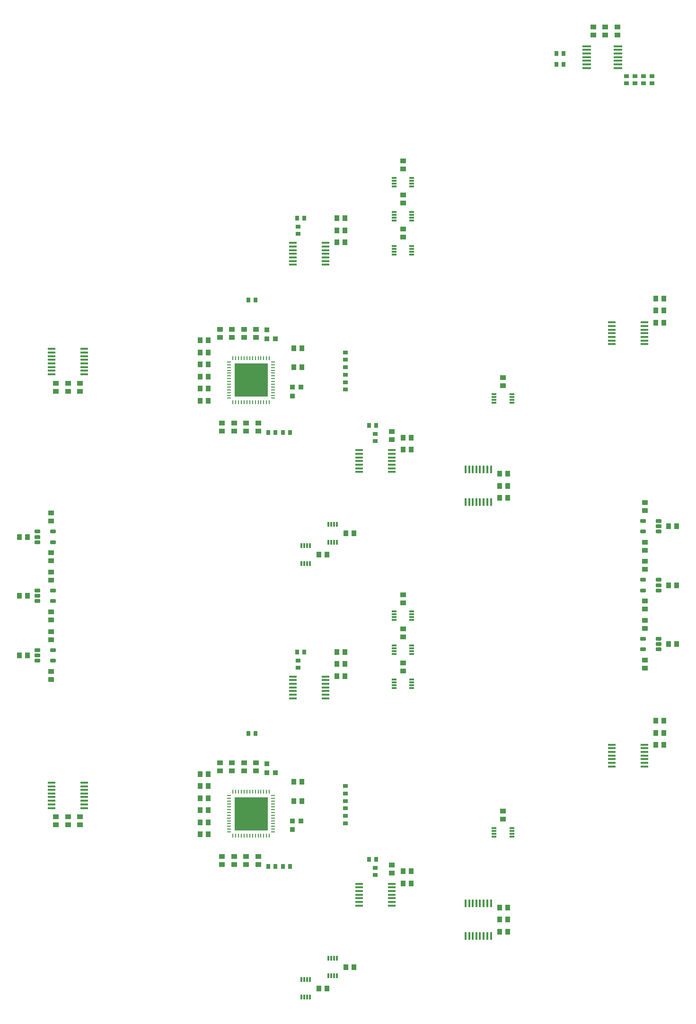
<source format=gbr>
%FSTAX23Y23*%
%MOIN*%
%SFA1B1*%

%IPPOS*%
%AMD26*
4,1,8,0.019700,-0.009800,0.019700,0.009800,0.017700,0.011800,-0.017700,0.011800,-0.019700,0.009800,-0.019700,-0.009800,-0.017700,-0.011800,0.017700,-0.011800,0.019700,-0.009800,0.0*
1,1,0.004016,0.017700,-0.009800*
1,1,0.004016,0.017700,0.009800*
1,1,0.004016,-0.017700,0.009800*
1,1,0.004016,-0.017700,-0.009800*
%
%ADD15R,0.061024X0.011811*%
%ADD16R,0.061024X0.011811*%
%ADD17O,0.029528X0.009842*%
%ADD18O,0.009842X0.029528*%
%ADD19R,0.233858X0.233858*%
%ADD20R,0.041339X0.037402*%
%ADD21R,0.037402X0.031496*%
%ADD22R,0.031496X0.037402*%
%ADD23R,0.058071X0.017716*%
%ADD24R,0.037402X0.041339*%
%ADD25R,0.033465X0.011811*%
G04~CAMADD=26~8~0.0~0.0~236.2~393.7~20.1~0.0~15~0.0~0.0~0.0~0.0~0~0.0~0.0~0.0~0.0~0~0.0~0.0~0.0~270.0~394.0~236.0*
%ADD26D26*%
%ADD27R,0.017716X0.058071*%
%ADD28R,0.011811X0.033465*%
%ADD29R,0.035433X0.035433*%
%ADD30R,0.035433X0.035433*%
%LNcfd_2channel_paste_top-1*%
%LPD*%
G54D15*
X047Y06851D03*
Y068D03*
Y06749D03*
Y06698D03*
X04479D03*
Y06749D03*
Y068D03*
Y06851D03*
G54D16*
X047Y06826D03*
Y06775D03*
Y06723D03*
X04479D03*
Y06775D03*
Y06826D03*
G54D17*
X01959Y01572D03*
Y01553D03*
Y01533D03*
Y01513D03*
Y01494D03*
Y01474D03*
Y01454D03*
Y01435D03*
Y01415D03*
Y01395D03*
Y01376D03*
Y01356D03*
Y01336D03*
Y01317D03*
X0227D03*
Y01336D03*
Y01356D03*
Y01376D03*
Y01395D03*
Y01415D03*
Y01435D03*
Y01454D03*
Y01474D03*
Y01494D03*
Y01513D03*
Y01533D03*
Y01553D03*
Y01572D03*
X01959Y04627D03*
Y04608D03*
Y04588D03*
Y04568D03*
Y04549D03*
Y04529D03*
Y04509D03*
Y0449D03*
Y0447D03*
Y0445D03*
Y04431D03*
Y04411D03*
Y04391D03*
Y04372D03*
X0227D03*
Y04391D03*
Y04411D03*
Y04431D03*
Y0445D03*
Y0447D03*
Y0449D03*
Y04509D03*
Y04529D03*
Y04549D03*
Y04568D03*
Y04588D03*
Y04608D03*
Y04627D03*
G54D18*
X01987Y01289D03*
X02006D03*
X02026D03*
X02046D03*
X02065D03*
X02085D03*
X02105D03*
X02124D03*
X02144D03*
X02164D03*
X02183D03*
X02203D03*
X02223D03*
X02242D03*
Y016D03*
X02223D03*
X02203D03*
X02183D03*
X02164D03*
X02144D03*
X02124D03*
X02105D03*
X02085D03*
X02065D03*
X02046D03*
X02026D03*
X02006D03*
X01987D03*
Y04344D03*
X02006D03*
X02026D03*
X02046D03*
X02065D03*
X02085D03*
X02105D03*
X02124D03*
X02144D03*
X02164D03*
X02183D03*
X02203D03*
X02223D03*
X02242D03*
Y04655D03*
X02223D03*
X02203D03*
X02183D03*
X02164D03*
X02144D03*
X02124D03*
X02105D03*
X02085D03*
X02065D03*
X02046D03*
X02026D03*
X02006D03*
X01987D03*
G54D19*
X02115Y01445D03*
Y045D03*
G54D20*
X04695Y06931D03*
Y06988D03*
X0461Y06931D03*
Y06988D03*
X04525Y06931D03*
Y06988D03*
X01895Y04801D03*
X0191Y04198D03*
X01895Y01746D03*
X0191Y01143D03*
X0389Y04518D03*
X03185Y06043D03*
Y05803D03*
Y05563D03*
X03105Y04138D03*
X0489Y03301D03*
Y03638D03*
Y03223D03*
X02165Y04141D03*
X0208D03*
X0489Y02886D03*
Y02808D03*
X03185Y02988D03*
Y02748D03*
Y02508D03*
X0489Y02471D03*
X0389Y01463D03*
X03105Y01083D03*
X02165Y01086D03*
X0208D03*
X02065Y04858D03*
X01895D03*
X0198D03*
X01995Y04141D03*
X0191D03*
X0091Y04421D03*
X0074D03*
X00825D03*
X00705Y03563D03*
Y03148D03*
Y03226D03*
Y02728D03*
Y02811D03*
Y02391D03*
X02065Y01803D03*
X0198D03*
X01895D03*
X01995Y01086D03*
X0191D03*
X00825Y01366D03*
X0091D03*
X0074D03*
X0215Y01803D03*
Y01746D03*
X03105Y01026D03*
X03185Y02691D03*
Y02451D03*
Y02931D03*
X01995Y01143D03*
X0198Y01746D03*
X0389Y01406D03*
X0208Y01143D03*
X02065Y01746D03*
X02165Y01143D03*
Y04198D03*
X02065Y04801D03*
X0208Y04198D03*
X0389Y04461D03*
X0198Y04801D03*
X01995Y04198D03*
X03185Y05986D03*
Y05506D03*
Y05746D03*
X03105Y04081D03*
X0215Y04858D03*
Y04801D03*
X0489Y02528D03*
X00705Y02671D03*
X0489Y02751D03*
X00705Y02448D03*
X0489Y03358D03*
Y02943D03*
Y03581D03*
Y03166D03*
X00705Y03506D03*
Y03091D03*
Y03283D03*
Y02868D03*
X0074Y04478D03*
X00825D03*
X0091D03*
X0074Y01423D03*
X00825D03*
X0091D03*
G54D21*
X0494Y06589D03*
Y0664D03*
X0482Y06589D03*
Y0664D03*
X0488Y06589D03*
Y0664D03*
X0476Y06589D03*
Y0664D03*
X02779Y04643D03*
Y04538D03*
Y04433D03*
Y01588D03*
Y01483D03*
Y01378D03*
Y01639D03*
X02445Y02525D03*
Y02474D03*
X02779Y01534D03*
X0299Y01065D03*
Y01014D03*
X02779Y01429D03*
Y04484D03*
X0299Y0412D03*
Y04069D03*
X02779Y04589D03*
X02445Y0558D03*
Y05529D03*
X02779Y04694D03*
G54D22*
X04264Y06725D03*
X04315D03*
X04315Y068D03*
X04264D03*
X0249Y0564D03*
X02145Y05065D03*
X02944Y0418D03*
X02285Y0413D03*
X0239D03*
X0249Y02585D03*
X02145Y0201D03*
X02944Y01125D03*
X02285Y01075D03*
X0239D03*
X02094Y0201D03*
X02339Y01075D03*
X02234D03*
X02439Y02585D03*
X02995Y01125D03*
Y0418D03*
X02439Y0564D03*
X02234Y0413D03*
X02339D03*
X02094Y05065D03*
G54D23*
X04654Y04804D03*
X02409Y05364D03*
Y02309D03*
X04654Y01829D03*
X02874Y03904D03*
Y00849D03*
X04654Y04753D03*
X02409Y05313D03*
X02874Y03853D03*
X04654Y01778D03*
X02409Y02258D03*
X02874Y00798D03*
X00709Y04642D03*
Y01664D03*
Y01638D03*
Y01587D03*
Y01485D03*
X04654Y04906D03*
Y04881D03*
Y04855D03*
Y0483D03*
Y04778D03*
X04885Y04753D03*
Y04778D03*
Y04804D03*
Y0483D03*
Y04855D03*
Y04881D03*
Y04906D03*
X02409Y02411D03*
Y02386D03*
Y0236D03*
Y02335D03*
Y02283D03*
X0264Y02258D03*
Y02283D03*
Y02309D03*
Y02335D03*
Y0236D03*
Y02386D03*
Y02411D03*
X02874Y00951D03*
Y00926D03*
Y009D03*
Y00875D03*
Y00823D03*
X03105Y00798D03*
Y00823D03*
Y00849D03*
Y00875D03*
Y009D03*
Y00926D03*
Y00951D03*
X02874Y04006D03*
Y03981D03*
Y03955D03*
Y0393D03*
Y03878D03*
X03105Y03853D03*
Y03878D03*
Y03904D03*
Y0393D03*
Y03955D03*
Y03981D03*
Y04006D03*
X02409Y05466D03*
Y05441D03*
Y05415D03*
Y0539D03*
Y05338D03*
X0264Y05313D03*
Y05338D03*
Y05364D03*
Y0539D03*
Y05415D03*
Y05441D03*
Y05466D03*
X04885Y01931D03*
Y01906D03*
Y0188D03*
Y01855D03*
Y01829D03*
Y01803D03*
Y01778D03*
X04654Y01803D03*
Y01855D03*
Y0188D03*
Y01906D03*
Y01931D03*
X0094Y0454D03*
Y04566D03*
Y04591D03*
Y04617D03*
Y04642D03*
Y04668D03*
Y04693D03*
Y04719D03*
X00709D03*
Y04693D03*
Y04668D03*
Y04617D03*
Y04591D03*
Y04566D03*
Y0454D03*
Y01511D03*
Y01536D03*
Y01562D03*
Y01613D03*
X0094Y01664D03*
Y01638D03*
Y01613D03*
Y01587D03*
Y01562D03*
Y01536D03*
Y01511D03*
Y01485D03*
G54D24*
X01813Y0444D03*
Y01385D03*
X05023Y05075D03*
Y0499D03*
Y04905D03*
X03243Y04095D03*
X05056Y0347D03*
X03923Y0384D03*
Y03755D03*
X03243Y0401D03*
X03923Y0367D03*
X02777Y05555D03*
Y0564D03*
Y0547D03*
X02473Y0459D03*
Y04725D03*
X02838Y0342D03*
X02648Y0327D03*
X05056Y03055D03*
Y0264D03*
X05023Y02015D03*
Y021D03*
Y0193D03*
X03923Y007D03*
Y00785D03*
Y00615D03*
X03243Y00955D03*
Y0104D03*
X02777Y025D03*
Y02585D03*
Y02415D03*
X02473Y01535D03*
Y0167D03*
X02838Y00365D03*
X02648Y00215D03*
X01756Y0478D03*
Y0461D03*
Y04695D03*
Y0444D03*
Y04525D03*
Y04355D03*
X00538Y03395D03*
Y0298D03*
Y0256D03*
X01756Y01725D03*
Y0164D03*
Y01555D03*
Y0147D03*
Y01385D03*
Y013D03*
X04966Y05075D03*
Y04905D03*
Y0499D03*
X0272Y02585D03*
Y025D03*
Y02415D03*
X03186Y0104D03*
Y00955D03*
X03866Y00785D03*
Y007D03*
Y00615D03*
X02781Y00365D03*
X02591Y00215D03*
X01813Y0147D03*
Y013D03*
X02416Y0167D03*
X01813Y01555D03*
Y0164D03*
Y01725D03*
X02416Y01535D03*
X01813Y0478D03*
Y04695D03*
Y0461D03*
X02416Y0459D03*
Y04725D03*
X01813Y04355D03*
Y04525D03*
X02591Y0327D03*
X02781Y0342D03*
X03866Y0367D03*
Y03755D03*
Y0384D03*
X03186Y0401D03*
Y04095D03*
X0272Y0547D03*
Y05555D03*
Y0564D03*
X05113Y0264D03*
X00481Y0256D03*
X05113Y0347D03*
Y03055D03*
X00481Y03395D03*
Y0298D03*
X04966Y0193D03*
Y02015D03*
Y021D03*
G54D25*
X03827Y0434D03*
X03122Y05865D03*
Y05385D03*
Y05625D03*
Y0281D03*
Y0257D03*
X03827Y01285D03*
X03122Y0233D03*
X03247Y02629D03*
Y02609D03*
Y0259D03*
Y0257D03*
X03122Y0259D03*
Y02609D03*
Y02629D03*
X03247Y02389D03*
Y02369D03*
Y0235D03*
Y0233D03*
X03122Y0235D03*
Y02369D03*
Y02389D03*
X03247Y02869D03*
Y02849D03*
Y0283D03*
Y0281D03*
X03122Y0283D03*
Y02849D03*
Y02869D03*
X03952Y01344D03*
Y01324D03*
Y01305D03*
Y01285D03*
X03827Y01305D03*
Y01324D03*
Y01344D03*
X03952Y04399D03*
Y04379D03*
Y0436D03*
Y0434D03*
X03827Y0436D03*
Y04379D03*
Y04399D03*
X03122Y05924D03*
Y05904D03*
Y05885D03*
X03247Y05865D03*
Y05885D03*
Y05904D03*
Y05924D03*
X03122Y05444D03*
Y05424D03*
Y05405D03*
X03247Y05385D03*
Y05405D03*
Y05424D03*
Y05444D03*
X03122Y05684D03*
Y05664D03*
Y05645D03*
X03247Y05625D03*
Y05645D03*
Y05664D03*
Y05684D03*
G54D26*
X04984Y0347D03*
Y03055D03*
Y0264D03*
X0061Y03395D03*
Y0298D03*
Y0256D03*
X04875Y02602D03*
Y02677D03*
X04984D03*
Y02602D03*
X0061Y02597D03*
Y02522D03*
X00719D03*
Y02597D03*
X04984Y03432D03*
Y03507D03*
X04875D03*
Y03432D03*
Y03017D03*
Y03092D03*
X04984D03*
Y03017D03*
X0061Y03432D03*
Y03357D03*
X00719D03*
Y03432D03*
X0061Y03017D03*
Y02942D03*
X00719D03*
Y03017D03*
G54D27*
X03702Y03639D03*
Y00584D03*
X03804Y00815D03*
X03778D03*
X03753D03*
X03727D03*
X03702D03*
X03676D03*
X03651D03*
X03625D03*
Y00584D03*
X03651D03*
X03676D03*
X03727D03*
X03753D03*
X03778D03*
X03804D03*
Y0387D03*
X03778D03*
X03753D03*
X03727D03*
X03702D03*
X03676D03*
X03651D03*
X03625D03*
Y03639D03*
X03651D03*
X03676D03*
X03727D03*
X03753D03*
X03778D03*
X03804D03*
G54D28*
X0266Y03482D03*
X0247Y03332D03*
X0266Y00427D03*
X0247Y00277D03*
X02719Y00302D03*
X02699D03*
X0268D03*
X0266D03*
X0268Y00427D03*
X02699D03*
X02719D03*
X02529Y00152D03*
X02509D03*
X0249D03*
X0247D03*
X0249Y00277D03*
X02509D03*
X02529D03*
Y03207D03*
X02509D03*
X0249D03*
X0247D03*
X0249Y03332D03*
X02509D03*
X02529D03*
X02719Y03357D03*
X02699D03*
X0268D03*
X0266D03*
X0268Y03482D03*
X02699D03*
X02719D03*
G54D29*
X02225Y01735D03*
X02287D03*
X02225Y01797D03*
Y0479D03*
X02287D03*
X02225Y04852D03*
G54D30*
X02405Y01395D03*
Y01332D03*
X02467Y01395D03*
X02405Y0445D03*
Y04387D03*
X02467Y0445D03*
M02*
</source>
